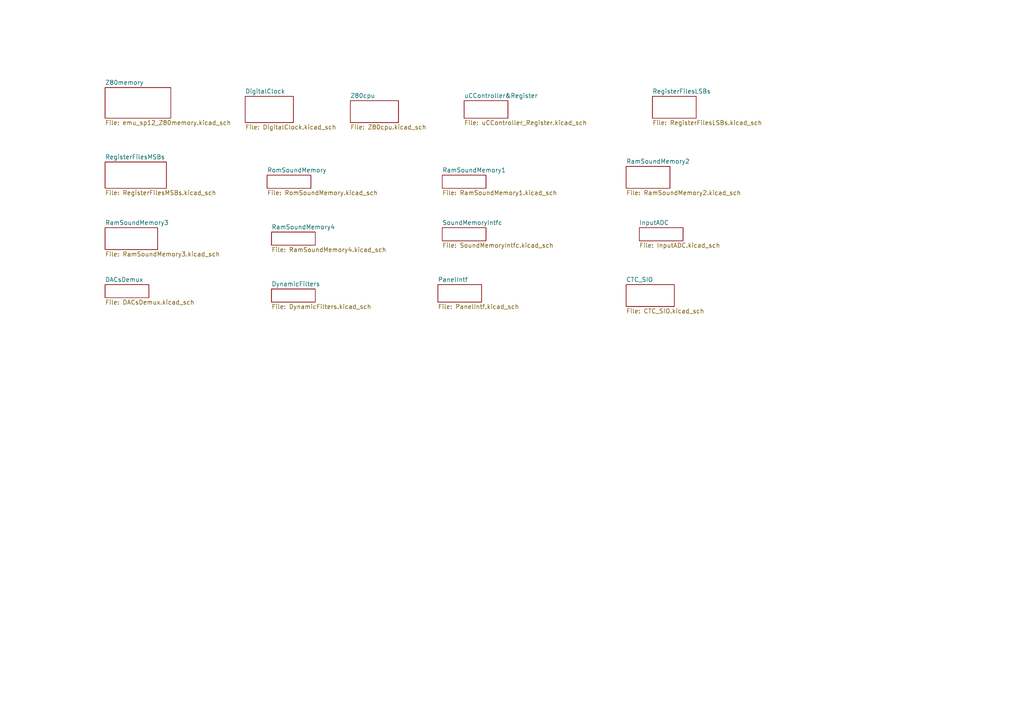
<source format=kicad_sch>
(kicad_sch (version 20230121) (generator eeschema)
  (paper "A4")
  (lib_symbols)
  (sheet (at 128.27 66.04) (size 12.7 3.81) (stroke (width 0.1524))
    (property "Sheetname" "SoundMemoryIntfc" (at 128.27 65.3284 0) (effects (justify left bottom)))
    (property "Sheetfile" "SoundMemoryIntfc.kicad_sch" (at 128.27 70.4346 0) (effects (justify left top)))
  )
  (sheet (at 128.27 50.8) (size 12.7 3.81) (stroke (width 0.1524))
    (property "Sheetname" "RamSoundMemory1" (at 128.27 50.0884 0) (effects (justify left bottom)))
    (property "Sheetfile" "RamSoundMemory1.kicad_sch" (at 128.27 55.1946 0) (effects (justify left top)))
  )
  (sheet (at 181.61 82.55) (size 13.97 6.35) (stroke (width 0.1524))
    (property "Sheetname" "CTC_SIO" (at 181.61 81.8384 0) (effects (justify left bottom)))
    (property "Sheetfile" "CTC_SIO.kicad_sch" (at 181.61 89.4846 0) (effects (justify left top)))
  )
  (sheet (at 78.74 83.82) (size 12.7 3.81) (stroke (width 0.1524))
    (property "Sheetname" "DynamicFilters" (at 78.74 83.1084 0) (effects (justify left bottom)))
    (property "Sheetfile" "DynamicFilters.kicad_sch" (at 78.74 88.2146 0) (effects (justify left top)))
  )
  (sheet (at 30.48 66.04) (size 15.24 6.35) (stroke (width 0.1524))
    (property "Sheetname" "RamSoundMemory3" (at 30.48 65.3284 0) (effects (justify left bottom)))
    (property "Sheetfile" "RamSoundMemory3.kicad_sch" (at 30.48 72.9746 0) (effects (justify left top)))
  )
  (sheet (at 30.48 46.99) (size 17.78 7.62) (stroke (width 0.1524))
    (property "Sheetname" "RegisterFilesMSBs" (at 30.48 46.2784 0) (effects (justify left bottom)))
    (property "Sheetfile" "RegisterFilesMSBs.kicad_sch" (at 30.48 55.1946 0) (effects (justify left top)))
  )
  (sheet (at 101.6 29.21) (size 13.97 6.35) (stroke (width 0.1524))
    (property "Sheetname" "Z80cpu" (at 101.6 28.4984 0) (effects (justify left bottom)))
    (property "Sheetfile" "Z80cpu.kicad_sch" (at 101.6 36.1446 0) (effects (justify left top)))
  )
  (sheet (at 181.61 48.26) (size 12.7 6.35) (stroke (width 0.1524))
    (property "Sheetname" "RamSoundMemory2" (at 181.61 47.5484 0) (effects (justify left bottom)))
    (property "Sheetfile" "RamSoundMemory2.kicad_sch" (at 181.61 55.1946 0) (effects (justify left top)))
  )
  (sheet (at 78.74 67.31) (size 12.7 3.81) (stroke (width 0.1524))
    (property "Sheetname" "RamSoundMemory4" (at 78.74 66.5984 0) (effects (justify left bottom)))
    (property "Sheetfile" "RamSoundMemory4.kicad_sch" (at 78.74 71.7046 0) (effects (justify left top)))
  )
  (sheet (at 189.23 27.94) (size 12.7 6.35) (stroke (width 0.1524))
    (property "Sheetname" "RegisterFilesLSBs" (at 189.23 27.2284 0) (effects (justify left bottom)))
    (property "Sheetfile" "RegisterFilesLSBs.kicad_sch" (at 189.23 34.8746 0) (effects (justify left top)))
  )
  (sheet (at 71.12 27.94) (size 13.97 7.62) (stroke (width 0.1524))
    (property "Sheetname" "DigitalClock" (at 71.12 27.2284 0) (effects (justify left bottom)))
    (property "Sheetfile" "DigitalClock.kicad_sch" (at 71.12 36.1446 0) (effects (justify left top)))
  )
  (sheet (at 30.48 82.55) (size 12.7 3.81) (stroke (width 0.1524))
    (property "Sheetname" "DACsDemux" (at 30.48 81.8384 0) (effects (justify left bottom)))
    (property "Sheetfile" "DACsDemux.kicad_sch" (at 30.48 86.9446 0) (effects (justify left top)))
  )
  (sheet (at 30.48 25.4) (size 19.05 8.89) (stroke (width 0.1524))
    (property "Sheetname" "Z80memory" (at 30.48 24.6884 0) (effects (justify left bottom)))
    (property "Sheetfile" "emu_sp12_Z80memory.kicad_sch" (at 30.48 34.8746 0) (effects (justify left top)))
  )
  (sheet (at 127 82.55) (size 12.7 5.08) (stroke (width 0.1524))
    (property "Sheetname" "PanelIntf" (at 127 81.8384 0) (effects (justify left bottom)))
    (property "Sheetfile" "PanelIntf.kicad_sch" (at 127 88.2146 0) (effects (justify left top)))
  )
  (sheet (at 185.42 66.04) (size 12.7 3.81) (stroke (width 0.1524))
    (property "Sheetname" "InputADC" (at 185.42 65.3284 0) (effects (justify left bottom)))
    (property "Sheetfile" "InputADC.kicad_sch" (at 185.42 70.4346 0) (effects (justify left top)))
  )
  (sheet (at 77.47 50.8) (size 12.7 3.81) (stroke (width 0.1524))
    (property "Sheetname" "RomSoundMemory" (at 77.47 50.0884 0) (effects (justify left bottom)))
    (property "Sheetfile" "RomSoundMemory.kicad_sch" (at 77.47 55.1946 0) (effects (justify left top)))
  )
  (sheet (at 134.62 29.21) (size 12.7 5.08) (stroke (width 0.1524))
    (property "Sheetname" "uCController&Register" (at 134.62 28.4984 0) (effects (justify left bottom)))
    (property "Sheetfile" "uCController_Register.kicad_sch" (at 134.62 34.8746 0) (effects (justify left top)))
  )
)
</source>
